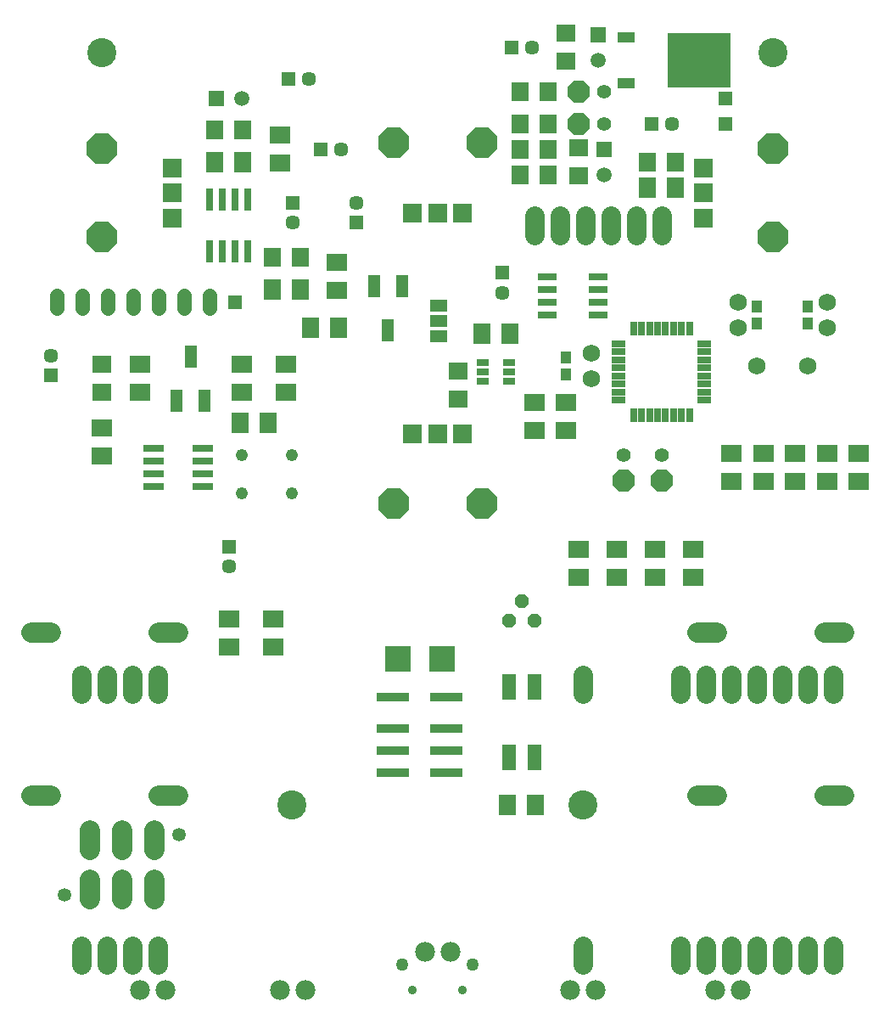
<source format=gbr>
G04 EAGLE Gerber X2 export*
%TF.Part,Single*%
%TF.FileFunction,Soldermask,Top,1*%
%TF.FilePolarity,Positive*%
%TF.GenerationSoftware,Autodesk,EAGLE,9.2.0*%
%TF.CreationDate,2018-10-30T13:38:44Z*%
G75*
%MOMM*%
%FSLAX34Y34*%
%LPD*%
%INSoldermask Top*%
%IPPOS*%
%AMOC8*
5,1,8,0,0,1.08239X$1,22.5*%
G01*
%ADD10R,1.451600X1.451600*%
%ADD11C,1.451600*%
%ADD12R,1.101600X1.201600*%
%ADD13C,1.752600*%
%ADD14R,1.901600X1.701600*%
%ADD15C,1.244600*%
%ADD16R,1.701600X1.901600*%
%ADD17C,1.509600*%
%ADD18R,1.509600X1.509600*%
%ADD19R,0.711200X2.311400*%
%ADD20C,1.981200*%
%ADD21R,1.701600X2.101600*%
%ADD22R,2.101600X1.701600*%
%ADD23R,1.168400X2.286000*%
%ADD24R,1.981200X1.981200*%
%ADD25P,3.357141X8X22.500000*%
%ADD26R,1.422400X1.422400*%
%ADD27C,1.422400*%
%ADD28R,2.082800X0.660400*%
%ADD29R,1.371600X0.660400*%
%ADD30R,0.660400X1.371600*%
%ADD31R,1.301600X0.651600*%
%ADD32P,3.357141X8X112.500000*%
%ADD33P,3.357141X8X202.500000*%
%ADD34P,3.357141X8X292.500000*%
%ADD35R,3.201600X0.901600*%
%ADD36R,1.371600X2.641600*%
%ADD37C,2.051600*%
%ADD38R,1.701600X1.101600*%
%ADD39R,6.301600X5.501600*%
%ADD40P,2.446851X8X22.500000*%
%ADD41R,2.501600X2.501600*%
%ADD42R,1.371600X1.371600*%
%ADD43C,1.351600*%
%ADD44C,0.889000*%
%ADD45C,1.270000*%
%ADD46C,1.981200*%
%ADD47C,2.901600*%
%ADD48P,1.539592X8X22.500000*%
%ADD49R,1.821600X0.701600*%
%ADD50R,1.701800X1.270000*%
%ADD51C,1.401600*%


D10*
X88900Y637700D03*
D11*
X88900Y657700D03*
D10*
X393700Y790100D03*
D11*
X393700Y810100D03*
D10*
X330200Y810100D03*
D11*
X330200Y790100D03*
D12*
X844550Y707000D03*
X844550Y690000D03*
X793750Y707000D03*
X793750Y690000D03*
D13*
X628650Y635000D03*
X628650Y660400D03*
D10*
X358300Y863600D03*
D11*
X378300Y863600D03*
D14*
X139700Y649000D03*
X139700Y621000D03*
D15*
X329800Y520700D03*
X279800Y520700D03*
D10*
X326550Y933450D03*
D11*
X346550Y933450D03*
D16*
X280700Y882650D03*
X252700Y882650D03*
X309850Y755650D03*
X337850Y755650D03*
D17*
X279400Y914400D03*
D18*
X254000Y914400D03*
D19*
X247650Y761238D03*
X260350Y761238D03*
X273050Y761238D03*
X285750Y761238D03*
X285750Y813562D03*
X273050Y813562D03*
X260350Y813562D03*
X247650Y813562D03*
D20*
X571500Y796798D02*
X571500Y778002D01*
X596900Y778002D02*
X596900Y796798D01*
X622300Y796798D02*
X622300Y778002D01*
X647700Y778002D02*
X647700Y796798D01*
X673100Y796798D02*
X673100Y778002D01*
X698500Y778002D02*
X698500Y796798D01*
D21*
X252700Y850900D03*
X280700Y850900D03*
X309850Y723900D03*
X337850Y723900D03*
X347950Y685800D03*
X375950Y685800D03*
D22*
X374650Y750600D03*
X374650Y722600D03*
D23*
X439450Y726850D03*
X425450Y682850D03*
X411450Y726850D03*
D21*
X712500Y825500D03*
X684500Y825500D03*
D22*
X317500Y877600D03*
X317500Y849600D03*
X177800Y621000D03*
X177800Y649000D03*
D21*
X278100Y590550D03*
X306100Y590550D03*
D22*
X311150Y395000D03*
X311150Y367000D03*
X139700Y557500D03*
X139700Y585500D03*
X323850Y649000D03*
X323850Y621000D03*
X279400Y649000D03*
X279400Y621000D03*
D23*
X214600Y613000D03*
X228600Y657000D03*
X242600Y613000D03*
D24*
X210000Y845000D03*
X210000Y820000D03*
X210000Y795000D03*
D25*
X140000Y864000D03*
X140000Y776000D03*
D26*
X273050Y711200D03*
D27*
X247650Y717804D02*
X247650Y704596D01*
X222250Y704596D02*
X222250Y717804D01*
X196850Y717804D02*
X196850Y704596D01*
X171450Y704596D02*
X171450Y717804D01*
X146050Y717804D02*
X146050Y704596D01*
X120650Y704596D02*
X120650Y717804D01*
X95250Y717804D02*
X95250Y704596D01*
D28*
X240538Y527050D03*
X240538Y539750D03*
X240538Y552450D03*
X240538Y565150D03*
X191262Y565150D03*
X191262Y552450D03*
X191262Y539750D03*
X191262Y527050D03*
D29*
X741426Y613350D03*
X741426Y621350D03*
X741426Y629350D03*
X741426Y637350D03*
X741426Y645350D03*
X741426Y653350D03*
X741426Y661350D03*
X741426Y669350D03*
D30*
X726500Y684276D03*
X718500Y684276D03*
X710500Y684276D03*
X702500Y684276D03*
X694500Y684276D03*
X686500Y684276D03*
X678500Y684276D03*
X670500Y684276D03*
D29*
X655574Y669350D03*
X655574Y661350D03*
X655574Y653350D03*
X655574Y645350D03*
X655574Y637350D03*
X655574Y629350D03*
X655574Y621350D03*
X655574Y613350D03*
D30*
X670500Y598424D03*
X678500Y598424D03*
X686500Y598424D03*
X694500Y598424D03*
X702500Y598424D03*
X710500Y598424D03*
X718500Y598424D03*
X726500Y598424D03*
D13*
X793750Y647700D03*
X844550Y647700D03*
D31*
X546401Y631850D03*
X546401Y641350D03*
X546401Y650850D03*
X520399Y650850D03*
X520399Y631850D03*
X520399Y641350D03*
D14*
X495300Y614650D03*
X495300Y642650D03*
D22*
X571500Y582900D03*
X571500Y610900D03*
X603250Y582900D03*
X603250Y610900D03*
X800100Y532100D03*
X800100Y560100D03*
X831850Y532100D03*
X831850Y560100D03*
X863600Y532100D03*
X863600Y560100D03*
X768350Y532100D03*
X768350Y560100D03*
D24*
X450000Y580000D03*
X475000Y580000D03*
X500000Y580000D03*
D32*
X431000Y510000D03*
X519000Y510000D03*
D24*
X740000Y795000D03*
X740000Y820000D03*
X740000Y845000D03*
D33*
X810000Y776000D03*
X810000Y864000D03*
D24*
X500000Y800000D03*
X475000Y800000D03*
X450000Y800000D03*
D34*
X519000Y870000D03*
X431000Y870000D03*
D22*
X266700Y367000D03*
X266700Y395000D03*
X895350Y532100D03*
X895350Y560100D03*
D35*
X430700Y317400D03*
X430700Y285400D03*
X430700Y263400D03*
X430700Y241400D03*
X483700Y317400D03*
X483700Y285400D03*
X483700Y263400D03*
X483700Y241400D03*
D36*
X571500Y327100D03*
X546100Y327100D03*
X546100Y257100D03*
X571500Y257100D03*
D22*
X615950Y464850D03*
X615950Y436850D03*
X654050Y436850D03*
X654050Y464850D03*
X692150Y436850D03*
X692150Y464850D03*
D37*
X89250Y218850D02*
X69750Y218850D01*
X69750Y381150D02*
X89250Y381150D01*
X196750Y218850D02*
X216250Y218850D01*
X216250Y381150D02*
X196750Y381150D01*
X860950Y381150D02*
X880450Y381150D01*
X880450Y218850D02*
X860950Y218850D01*
X753450Y381150D02*
X733950Y381150D01*
X733950Y218850D02*
X753450Y218850D01*
D16*
X684500Y850900D03*
X712500Y850900D03*
D10*
X688500Y889000D03*
D11*
X708500Y889000D03*
D10*
X548800Y965200D03*
D11*
X568800Y965200D03*
D14*
X603250Y979200D03*
X603250Y951200D03*
D17*
X641350Y838200D03*
D18*
X641350Y863600D03*
D17*
X635000Y952500D03*
D18*
X635000Y977900D03*
D38*
X663200Y975300D03*
X663200Y929700D03*
D39*
X736200Y952500D03*
D10*
X266700Y467200D03*
D11*
X266700Y447200D03*
D21*
X544800Y209550D03*
X572800Y209550D03*
D15*
X329800Y558800D03*
X279800Y558800D03*
D16*
X557500Y889000D03*
X585500Y889000D03*
X557500Y863600D03*
X585500Y863600D03*
X557500Y838200D03*
X585500Y838200D03*
D14*
X615950Y864900D03*
X615950Y836900D03*
D40*
X660400Y533400D03*
X698500Y533400D03*
D20*
X870000Y339398D02*
X870000Y320602D01*
X844600Y320602D02*
X844600Y339398D01*
X819200Y339398D02*
X819200Y320602D01*
X793800Y320602D02*
X793800Y339398D01*
X768400Y339398D02*
X768400Y320602D01*
X743000Y320602D02*
X743000Y339398D01*
X717600Y339398D02*
X717600Y320602D01*
D40*
X615950Y920750D03*
X615950Y889000D03*
D41*
X435200Y355600D03*
X479200Y355600D03*
D42*
X762000Y914400D03*
X762000Y889000D03*
D37*
X128000Y135000D02*
X128000Y115500D01*
X160000Y115500D02*
X160000Y135000D01*
X192000Y135000D02*
X192000Y115500D01*
X192000Y165000D02*
X192000Y184500D01*
X160000Y184500D02*
X160000Y165000D01*
X128000Y165000D02*
X128000Y184500D01*
D43*
X103000Y120000D03*
X217000Y180000D03*
D44*
X500000Y25400D03*
X450000Y25400D03*
D45*
X440000Y50400D03*
X510000Y50400D03*
D46*
X177800Y25400D03*
X203200Y25400D03*
X317500Y25400D03*
X342900Y25400D03*
X607300Y25400D03*
X632700Y25400D03*
X752300Y25400D03*
X777700Y25400D03*
D20*
X870000Y50602D02*
X870000Y69398D01*
X844600Y69398D02*
X844600Y50602D01*
X819200Y50602D02*
X819200Y69398D01*
X793800Y69398D02*
X793800Y50602D01*
X768400Y50602D02*
X768400Y69398D01*
X743000Y69398D02*
X743000Y50602D01*
X717600Y50602D02*
X717600Y69398D01*
D22*
X730250Y436850D03*
X730250Y464850D03*
D20*
X120000Y339398D02*
X120000Y320602D01*
X145400Y320602D02*
X145400Y339398D01*
X170800Y339398D02*
X170800Y320602D01*
X196200Y320602D02*
X196200Y339398D01*
X120000Y69398D02*
X120000Y50602D01*
X145400Y50602D02*
X145400Y69398D01*
X170800Y69398D02*
X170800Y50602D01*
X196200Y50602D02*
X196200Y69398D01*
D46*
X462300Y63500D03*
X487700Y63500D03*
D47*
X140000Y960000D03*
X810000Y960000D03*
D20*
X620000Y69398D02*
X620000Y50602D01*
X620000Y320602D02*
X620000Y339398D01*
D16*
X585500Y920750D03*
X557500Y920750D03*
D48*
X571500Y393700D03*
X558800Y412750D03*
X546100Y393700D03*
D13*
X774700Y711200D03*
X774700Y685800D03*
X863600Y711200D03*
X863600Y685800D03*
D21*
X547400Y679450D03*
X519400Y679450D03*
D12*
X603250Y639200D03*
X603250Y656200D03*
D47*
X330000Y210000D03*
X620000Y210000D03*
D49*
X635000Y698500D03*
X635000Y711200D03*
X635000Y723900D03*
X635000Y736600D03*
X584200Y736600D03*
X584200Y723900D03*
X584200Y711200D03*
X584200Y698500D03*
D10*
X539750Y740250D03*
D11*
X539750Y720250D03*
D50*
X476250Y676910D03*
X476250Y692150D03*
X476250Y707390D03*
D51*
X641350Y889000D03*
X641350Y920750D03*
X660400Y558800D03*
X698500Y558800D03*
M02*

</source>
